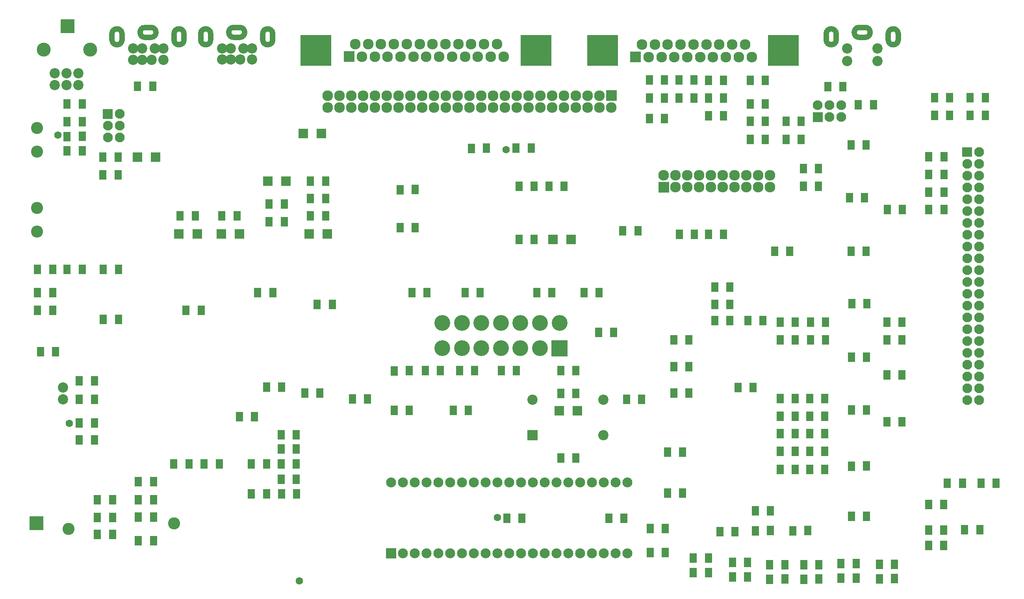
<source format=gbr>
%FSLAX34Y34*%
%MOMM*%
%LNSOLDERMASK_BOTTOM*%
G71*
G01*
%ADD10C,2.200*%
%ADD11C,2.300*%
%ADD12C,1.600*%
%ADD13C,2.150*%
%ADD14C,3.400*%
%ADD15C,2.100*%
%ADD16C,2.600*%
%ADD17C,2.200*%
%ADD18C,1.200*%
%ADD19R,1.500X2.000*%
%ADD20R,2.100X2.000*%
%ADD21R,6.700X6.700*%
%ADD22C,3.000*%
%LPD*%
G36*
X1142716Y102678D02*
X1164716Y102678D01*
X1164716Y80678D01*
X1142716Y80678D01*
X1142716Y102678D01*
G37*
X1306116Y91678D02*
G54D10*
D03*
X1306116Y167878D02*
G54D10*
D03*
X1153716Y167878D02*
G54D10*
D03*
G36*
X1424394Y635784D02*
X1447394Y635784D01*
X1447394Y612784D01*
X1424394Y612784D01*
X1424394Y635784D01*
G37*
X1435894Y649684D02*
G54D11*
D03*
X1461294Y624284D02*
G54D11*
D03*
X1461294Y649684D02*
G54D11*
D03*
X1486694Y624284D02*
G54D11*
D03*
X1486694Y649684D02*
G54D11*
D03*
X1512094Y624284D02*
G54D11*
D03*
X1512094Y649684D02*
G54D11*
D03*
X1537494Y624284D02*
G54D11*
D03*
X1537494Y649684D02*
G54D11*
D03*
X1562894Y624284D02*
G54D11*
D03*
X1562894Y649684D02*
G54D11*
D03*
X1588294Y624284D02*
G54D11*
D03*
X1588294Y649684D02*
G54D11*
D03*
X1613694Y624284D02*
G54D11*
D03*
X1613694Y649684D02*
G54D11*
D03*
X1639094Y624284D02*
G54D11*
D03*
X1639094Y649684D02*
G54D11*
D03*
X1664494Y624284D02*
G54D11*
D03*
X1664494Y649684D02*
G54D11*
D03*
X1403275Y904291D02*
G54D11*
D03*
X1430975Y904291D02*
G54D11*
D03*
X1458675Y904291D02*
G54D11*
D03*
X1486375Y904291D02*
G54D11*
D03*
X1514075Y904291D02*
G54D11*
D03*
X1541775Y904291D02*
G54D11*
D03*
X1569475Y904291D02*
G54D11*
D03*
X1597175Y904291D02*
G54D11*
D03*
X1624875Y904291D02*
G54D11*
D03*
G36*
X1386525Y892791D02*
X1363525Y892791D01*
X1363525Y915791D01*
X1386525Y915791D01*
X1386525Y892791D01*
G37*
X1388988Y931116D02*
G54D11*
D03*
X1416688Y931116D02*
G54D11*
D03*
X1444388Y931116D02*
G54D11*
D03*
X1472088Y931116D02*
G54D11*
D03*
X1499788Y931116D02*
G54D11*
D03*
X1527488Y931116D02*
G54D11*
D03*
X1555188Y931116D02*
G54D11*
D03*
X1582888Y931116D02*
G54D11*
D03*
X1610588Y931116D02*
G54D11*
D03*
X1096963Y704850D02*
G54D12*
D03*
G36*
X838959Y-173469D02*
X838959Y-151969D01*
X860459Y-151969D01*
X860459Y-173469D01*
X838959Y-173469D01*
G37*
X875109Y-162719D02*
G54D13*
D03*
X900509Y-162719D02*
G54D13*
D03*
X925909Y-162719D02*
G54D13*
D03*
X849709Y-10319D02*
G54D13*
D03*
X875109Y-10319D02*
G54D13*
D03*
X900509Y-10319D02*
G54D13*
D03*
X925909Y-10319D02*
G54D13*
D03*
X951309Y-162719D02*
G54D13*
D03*
X951309Y-10319D02*
G54D13*
D03*
X976709Y-162719D02*
G54D13*
D03*
X1002109Y-162719D02*
G54D13*
D03*
X976709Y-10319D02*
G54D13*
D03*
X1002109Y-10319D02*
G54D13*
D03*
X1027509Y-162719D02*
G54D13*
D03*
X1027509Y-10319D02*
G54D13*
D03*
X1052909Y-162719D02*
G54D13*
D03*
X1052909Y-10319D02*
G54D13*
D03*
X1078309Y-162719D02*
G54D13*
D03*
X1078309Y-10319D02*
G54D13*
D03*
X1103709Y-10319D02*
G54D13*
D03*
X1129109Y-10319D02*
G54D13*
D03*
X1103709Y-162719D02*
G54D13*
D03*
X1129109Y-162719D02*
G54D13*
D03*
X1154509Y-162719D02*
G54D13*
D03*
X1179909Y-162719D02*
G54D13*
D03*
X1154509Y-10319D02*
G54D13*
D03*
X1179909Y-10319D02*
G54D13*
D03*
X1205309Y-10319D02*
G54D13*
D03*
X1230709Y-10319D02*
G54D13*
D03*
X1256109Y-10319D02*
G54D13*
D03*
X1281509Y-10319D02*
G54D13*
D03*
X1306909Y-10319D02*
G54D13*
D03*
X1332309Y-10319D02*
G54D13*
D03*
X1205309Y-162719D02*
G54D13*
D03*
X1230709Y-162719D02*
G54D13*
D03*
X1256109Y-162719D02*
G54D13*
D03*
X1281509Y-162719D02*
G54D13*
D03*
X1306909Y-162719D02*
G54D13*
D03*
X1332309Y-162719D02*
G54D13*
D03*
X1357709Y-10319D02*
G54D13*
D03*
X1357709Y-162719D02*
G54D13*
D03*
X1077913Y-85725D02*
G54D12*
D03*
G36*
X1334681Y810031D02*
X1311681Y810031D01*
X1311681Y833031D01*
X1334681Y833031D01*
X1334681Y810031D01*
G37*
X1323181Y796131D02*
G54D11*
D03*
X1297781Y821531D02*
G54D11*
D03*
X1297781Y796131D02*
G54D11*
D03*
X1272381Y821531D02*
G54D11*
D03*
X1272381Y796131D02*
G54D11*
D03*
X1246981Y821531D02*
G54D11*
D03*
X1246981Y796131D02*
G54D11*
D03*
X1221581Y821531D02*
G54D11*
D03*
X1221581Y796131D02*
G54D11*
D03*
X1196181Y821531D02*
G54D11*
D03*
X1196181Y796131D02*
G54D11*
D03*
X1170781Y821531D02*
G54D11*
D03*
X1170781Y796131D02*
G54D11*
D03*
X1145381Y821531D02*
G54D11*
D03*
X1145381Y796131D02*
G54D11*
D03*
X1119981Y821531D02*
G54D11*
D03*
X1119981Y796131D02*
G54D11*
D03*
X1094581Y821531D02*
G54D11*
D03*
X1094581Y796131D02*
G54D11*
D03*
X1069181Y821531D02*
G54D11*
D03*
X1069181Y796131D02*
G54D11*
D03*
X1043781Y821531D02*
G54D11*
D03*
X1043781Y796131D02*
G54D11*
D03*
X1018381Y821531D02*
G54D11*
D03*
X1018381Y796131D02*
G54D11*
D03*
X992981Y821531D02*
G54D11*
D03*
X992981Y796131D02*
G54D11*
D03*
X967581Y821531D02*
G54D11*
D03*
X967581Y796131D02*
G54D11*
D03*
X942181Y821531D02*
G54D11*
D03*
X942181Y796131D02*
G54D11*
D03*
X916781Y821531D02*
G54D11*
D03*
X916781Y796131D02*
G54D11*
D03*
X891381Y821531D02*
G54D11*
D03*
X891381Y796131D02*
G54D11*
D03*
X865981Y821531D02*
G54D11*
D03*
X865981Y796131D02*
G54D11*
D03*
X840581Y821531D02*
G54D11*
D03*
X840581Y796131D02*
G54D11*
D03*
X815181Y821531D02*
G54D11*
D03*
X815181Y796131D02*
G54D11*
D03*
X789781Y821531D02*
G54D11*
D03*
X789781Y796131D02*
G54D11*
D03*
X764381Y821531D02*
G54D11*
D03*
X764381Y796131D02*
G54D11*
D03*
X738981Y821531D02*
G54D11*
D03*
X738981Y796131D02*
G54D11*
D03*
X713581Y821531D02*
G54D11*
D03*
X713581Y796131D02*
G54D11*
D03*
X959644Y332978D02*
G54D14*
D03*
X1001644Y332978D02*
G54D14*
D03*
X1043644Y332978D02*
G54D14*
D03*
X1085644Y332978D02*
G54D14*
D03*
X1127644Y332978D02*
G54D14*
D03*
X1169644Y332978D02*
G54D14*
D03*
X1211644Y332978D02*
G54D14*
D03*
X959644Y277978D02*
G54D14*
D03*
X1001644Y277978D02*
G54D14*
D03*
X1043644Y277978D02*
G54D14*
D03*
X1085644Y277978D02*
G54D14*
D03*
X1127644Y277978D02*
G54D14*
D03*
X1169644Y277978D02*
G54D14*
D03*
G36*
X1194644Y294978D02*
X1228644Y294978D01*
X1228644Y260978D01*
X1194644Y260978D01*
X1194644Y294978D01*
G37*
G36*
X2098460Y710588D02*
X2098460Y689588D01*
X2077460Y689588D01*
X2077460Y710588D01*
X2098460Y710588D01*
G37*
X2113359Y700088D02*
G54D15*
D03*
X2087960Y674688D02*
G54D15*
D03*
X2113359Y674688D02*
G54D15*
D03*
X2087959Y649288D02*
G54D15*
D03*
X2113360Y649288D02*
G54D15*
D03*
X2087959Y623888D02*
G54D15*
D03*
X2113360Y623888D02*
G54D15*
D03*
X2087959Y598488D02*
G54D15*
D03*
X2113360Y598488D02*
G54D15*
D03*
X2087959Y573088D02*
G54D15*
D03*
X2113360Y573088D02*
G54D15*
D03*
X2087959Y547688D02*
G54D15*
D03*
X2113360Y547688D02*
G54D15*
D03*
X2087959Y522288D02*
G54D15*
D03*
X2113360Y522288D02*
G54D15*
D03*
X2087959Y496888D02*
G54D15*
D03*
X2113360Y496888D02*
G54D15*
D03*
X2087959Y471488D02*
G54D15*
D03*
X2113360Y471488D02*
G54D15*
D03*
X2087959Y446088D02*
G54D15*
D03*
X2113360Y446088D02*
G54D15*
D03*
X2087959Y420688D02*
G54D15*
D03*
X2113360Y420688D02*
G54D15*
D03*
X2087959Y395288D02*
G54D15*
D03*
X2113360Y395288D02*
G54D15*
D03*
X2087959Y369888D02*
G54D15*
D03*
X2113360Y369888D02*
G54D15*
D03*
X2087959Y344488D02*
G54D15*
D03*
X2113360Y344488D02*
G54D15*
D03*
X2087959Y319088D02*
G54D15*
D03*
X2113360Y319088D02*
G54D15*
D03*
X2087959Y293688D02*
G54D15*
D03*
X2113360Y293688D02*
G54D15*
D03*
X2087959Y268288D02*
G54D15*
D03*
X2113360Y268288D02*
G54D15*
D03*
X2087959Y242888D02*
G54D15*
D03*
X2113360Y242888D02*
G54D15*
D03*
X2087959Y217488D02*
G54D15*
D03*
X2113360Y217488D02*
G54D15*
D03*
X2087960Y192087D02*
G54D15*
D03*
X2113359Y192087D02*
G54D15*
D03*
X2087960Y166688D02*
G54D15*
D03*
X2113359Y166688D02*
G54D15*
D03*
X157956Y116681D02*
G54D12*
D03*
X144462Y193675D02*
G54D10*
D03*
X144462Y168275D02*
G54D10*
D03*
G36*
X72312Y-83028D02*
X102312Y-83028D01*
X102312Y-113028D01*
X72312Y-113028D01*
X72312Y-83028D01*
G37*
X652462Y-222250D02*
G54D12*
D03*
G36*
X251006Y792344D02*
X251006Y771344D01*
X230006Y771344D01*
X230006Y792344D01*
X251006Y792344D01*
G37*
X265906Y781844D02*
G54D15*
D03*
X240506Y756444D02*
G54D15*
D03*
X265906Y756444D02*
G54D15*
D03*
X240506Y731044D02*
G54D15*
D03*
X265906Y731044D02*
G54D15*
D03*
X383381Y-98425D02*
G54D16*
D03*
X1895475Y895350D02*
G54D10*
D03*
X1895475Y922338D02*
G54D10*
D03*
X1830388Y895350D02*
G54D10*
D03*
X1830388Y922338D02*
G54D10*
D03*
G36*
X1756303Y785716D02*
X1777303Y785716D01*
X1777303Y764716D01*
X1756303Y764716D01*
X1756303Y785716D01*
G37*
X1766803Y800616D02*
G54D15*
D03*
X1792203Y775216D02*
G54D15*
D03*
X1792203Y800616D02*
G54D15*
D03*
X1817603Y775216D02*
G54D15*
D03*
X1817603Y800616D02*
G54D15*
D03*
X360362Y898525D02*
G54D17*
D03*
X334962Y898525D02*
G54D17*
D03*
X314325Y898526D02*
G54D17*
D03*
X295275Y898525D02*
G54D17*
D03*
X314325Y922338D02*
G54D17*
D03*
X295275Y922338D02*
G54D17*
D03*
X360362Y922338D02*
G54D17*
D03*
X341312Y922338D02*
G54D17*
D03*
G54D18*
G75*
G01X382984Y941387D02*
G03X404416Y941387I10716J0D01*
G01*
G54D18*
G75*
G01X404416Y954088D02*
G03X382984Y954088I-10716J0D01*
G01*
G54D18*
X404416Y954088D02*
X404416Y941387D01*
G54D18*
X382984Y941387D02*
X382984Y954088D01*
G54D18*
G75*
G01X249635Y941387D02*
G03X271067Y941387I10716J0D01*
G01*
G54D18*
G75*
G01X271068Y954088D02*
G03X249636Y954088I-10716J0D01*
G01*
G54D18*
X271066Y954088D02*
X271067Y941387D01*
G54D18*
X249635Y941387D02*
X249634Y954088D01*
G54D18*
G75*
G01X320676Y967978D02*
G03X320676Y946546I0J-10716D01*
G01*
G54D18*
G75*
G01X333376Y946546D02*
G03X333376Y967978I0J10716D01*
G01*
G54D18*
X333376Y946546D02*
X320676Y946546D01*
G54D18*
X320676Y967978D02*
X333376Y967978D01*
G54D18*
G75*
G01X382984Y941387D02*
G03X404416Y941387I10716J0D01*
G01*
G54D18*
G75*
G01X404416Y954088D02*
G03X382984Y954088I-10716J0D01*
G01*
G54D18*
X404416Y954088D02*
X404416Y941387D01*
G54D18*
X382984Y941387D02*
X382984Y954088D01*
G54D18*
G75*
G01X249635Y941387D02*
G03X271067Y941387I10716J0D01*
G01*
G54D18*
G75*
G01X271068Y954088D02*
G03X249636Y954088I-10716J0D01*
G01*
G54D18*
X271066Y954088D02*
X271067Y941387D01*
G54D18*
X249635Y941387D02*
X249634Y954088D01*
G54D18*
G75*
G01X320676Y967978D02*
G03X320676Y946546I0J-10716D01*
G01*
G54D18*
G75*
G01X333376Y946546D02*
G03X333376Y967978I0J10716D01*
G01*
G54D18*
X333376Y946546D02*
X320676Y946546D01*
G54D18*
X320676Y967978D02*
X333376Y967978D01*
X551100Y899319D02*
G54D17*
D03*
X525700Y899319D02*
G54D17*
D03*
X505062Y899319D02*
G54D17*
D03*
X486012Y899319D02*
G54D17*
D03*
X505062Y923131D02*
G54D17*
D03*
X486012Y923131D02*
G54D17*
D03*
X551100Y923131D02*
G54D17*
D03*
X532050Y923131D02*
G54D17*
D03*
G54D18*
G75*
G01X573722Y941387D02*
G03X595154Y941387I10716J0D01*
G01*
G54D18*
G75*
G01X595154Y954088D02*
G03X573722Y954088I-10716J0D01*
G01*
G54D18*
X595154Y954088D02*
X595154Y941387D01*
G54D18*
X573722Y941387D02*
X573722Y954088D01*
G54D18*
G75*
G01X440372Y941387D02*
G03X461804Y941387I10716J0D01*
G01*
G54D18*
G75*
G01X461805Y954088D02*
G03X440373Y954088I-10716J0D01*
G01*
G54D18*
X461804Y954088D02*
X461804Y941387D01*
G54D18*
X440372Y941387D02*
X440372Y954088D01*
G54D18*
G75*
G01X511413Y967978D02*
G03X511413Y946546I0J-10716D01*
G01*
G54D18*
G75*
G01X524114Y946546D02*
G03X524114Y967978I0J10716D01*
G01*
G54D18*
X524114Y946546D02*
X511413Y946546D01*
G54D18*
X511413Y967978D02*
X524114Y967978D01*
G54D18*
G75*
G01X573722Y941387D02*
G03X595154Y941387I10716J0D01*
G01*
G54D18*
G75*
G01X595154Y954088D02*
G03X573722Y954088I-10716J0D01*
G01*
G54D18*
X595154Y954088D02*
X595154Y941387D01*
G54D18*
X573722Y941387D02*
X573722Y954088D01*
G54D18*
G75*
G01X440372Y941387D02*
G03X461804Y941387I10716J0D01*
G01*
G54D18*
G75*
G01X461805Y954088D02*
G03X440373Y954088I-10716J0D01*
G01*
G54D18*
X461804Y954088D02*
X461804Y941387D01*
G54D18*
X440372Y941387D02*
X440372Y954088D01*
G54D18*
G75*
G01X511413Y967978D02*
G03X511413Y946546I0J-10716D01*
G01*
G54D18*
G75*
G01X524114Y946546D02*
G03X524114Y967978I0J10716D01*
G01*
G54D18*
X524114Y946546D02*
X511413Y946546D01*
G54D18*
X511413Y967978D02*
X524114Y967978D01*
X786862Y905259D02*
G54D11*
D03*
X814562Y905259D02*
G54D11*
D03*
X842262Y905259D02*
G54D11*
D03*
X869962Y905259D02*
G54D11*
D03*
X897662Y905259D02*
G54D11*
D03*
X925362Y905259D02*
G54D11*
D03*
X953062Y905259D02*
G54D11*
D03*
X980762Y905259D02*
G54D11*
D03*
X1008462Y905259D02*
G54D11*
D03*
X1036162Y905259D02*
G54D11*
D03*
X1063862Y905259D02*
G54D11*
D03*
X1091562Y905259D02*
G54D11*
D03*
G36*
X770662Y893759D02*
X747662Y893759D01*
X747662Y916759D01*
X770662Y916759D01*
X770662Y893759D01*
G37*
X772575Y932084D02*
G54D11*
D03*
X800275Y932084D02*
G54D11*
D03*
X827975Y932084D02*
G54D11*
D03*
X855675Y932084D02*
G54D11*
D03*
X883375Y932084D02*
G54D11*
D03*
X911075Y932084D02*
G54D11*
D03*
X938775Y932084D02*
G54D11*
D03*
X966475Y932084D02*
G54D11*
D03*
X994175Y932084D02*
G54D11*
D03*
X1021875Y932084D02*
G54D11*
D03*
X1049575Y932084D02*
G54D11*
D03*
X1077275Y932084D02*
G54D11*
D03*
X133350Y736600D02*
G54D12*
D03*
G54D18*
G75*
G01X1918334Y941387D02*
G03X1939766Y941387I10716J0D01*
G01*
G54D18*
G75*
G01X1939766Y954088D02*
G03X1918334Y954088I-10716J0D01*
G01*
G54D18*
X1939766Y954088D02*
X1939766Y941387D01*
G54D18*
X1918334Y941387D02*
X1918334Y954088D01*
G54D18*
G75*
G01X1784984Y941387D02*
G03X1806416Y941387I10716J0D01*
G01*
G54D18*
G75*
G01X1806417Y954088D02*
G03X1784985Y954088I-10716J0D01*
G01*
G54D18*
X1806416Y954088D02*
X1806416Y941387D01*
G54D18*
X1784984Y941387D02*
X1784984Y954088D01*
G54D18*
G75*
G01X1856025Y967978D02*
G03X1856025Y946546I0J-10716D01*
G01*
G54D18*
G75*
G01X1868726Y946546D02*
G03X1868726Y967978I0J10716D01*
G01*
G54D18*
X1868726Y946546D02*
X1856025Y946546D01*
G54D18*
X1856025Y967978D02*
X1868726Y967978D01*
X88106Y529389D02*
G54D16*
D03*
X88106Y580231D02*
G54D16*
D03*
X88106Y700881D02*
G54D16*
D03*
X88106Y751724D02*
G54D16*
D03*
X153194Y765175D02*
G54D19*
D03*
X185694Y765275D02*
G54D19*
D03*
X153194Y803275D02*
G54D19*
D03*
X185694Y803375D02*
G54D19*
D03*
X153194Y733425D02*
G54D19*
D03*
X185694Y733525D02*
G54D19*
D03*
X153194Y702469D02*
G54D19*
D03*
X185694Y702569D02*
G54D19*
D03*
X230188Y688975D02*
G54D19*
D03*
X262688Y689075D02*
G54D19*
D03*
X230188Y650875D02*
G54D19*
D03*
X262688Y650975D02*
G54D19*
D03*
X304800Y841375D02*
G54D19*
D03*
X337300Y841475D02*
G54D19*
D03*
X396081Y562769D02*
G54D19*
D03*
X428581Y562869D02*
G54D19*
D03*
X230981Y447675D02*
G54D19*
D03*
X263481Y447775D02*
G54D19*
D03*
X89694Y447675D02*
G54D19*
D03*
X122194Y447775D02*
G54D19*
D03*
X153194Y447675D02*
G54D19*
D03*
X185694Y447775D02*
G54D19*
D03*
X485775Y562769D02*
G54D19*
D03*
X518275Y562869D02*
G54D19*
D03*
X432700Y523875D02*
G54D20*
D03*
X393700Y523875D02*
G54D20*
D03*
X523981Y523875D02*
G54D20*
D03*
X484981Y523875D02*
G54D20*
D03*
X587375Y588169D02*
G54D19*
D03*
X619875Y588269D02*
G54D19*
D03*
X587375Y550069D02*
G54D19*
D03*
X619875Y550169D02*
G54D19*
D03*
X623994Y637381D02*
G54D20*
D03*
X584994Y637381D02*
G54D20*
D03*
X676275Y637381D02*
G54D19*
D03*
X708775Y637481D02*
G54D19*
D03*
X676275Y600075D02*
G54D19*
D03*
X708775Y600175D02*
G54D19*
D03*
X676275Y562769D02*
G54D19*
D03*
X708775Y562869D02*
G54D19*
D03*
X712206Y523875D02*
G54D20*
D03*
X673206Y523875D02*
G54D20*
D03*
X700194Y739775D02*
G54D20*
D03*
X661194Y739775D02*
G54D20*
D03*
X869156Y619125D02*
G54D19*
D03*
X901656Y619225D02*
G54D19*
D03*
X869156Y537369D02*
G54D19*
D03*
X901656Y537469D02*
G54D19*
D03*
X562769Y397669D02*
G54D19*
D03*
X595269Y397769D02*
G54D19*
D03*
X690562Y372269D02*
G54D19*
D03*
X723062Y372369D02*
G54D19*
D03*
X894556Y397669D02*
G54D19*
D03*
X927056Y397769D02*
G54D19*
D03*
X408781Y359569D02*
G54D19*
D03*
X441281Y359669D02*
G54D19*
D03*
X89694Y397669D02*
G54D19*
D03*
X122194Y397769D02*
G54D19*
D03*
X89694Y359569D02*
G54D19*
D03*
X122194Y359669D02*
G54D19*
D03*
X96044Y270669D02*
G54D19*
D03*
X128544Y270769D02*
G54D19*
D03*
X230981Y340519D02*
G54D19*
D03*
X263481Y340619D02*
G54D19*
D03*
X179388Y207962D02*
G54D19*
D03*
X211888Y208062D02*
G54D19*
D03*
X179388Y168275D02*
G54D19*
D03*
X211888Y168375D02*
G54D19*
D03*
X179388Y117475D02*
G54D19*
D03*
X211888Y117575D02*
G54D19*
D03*
X179388Y80962D02*
G54D19*
D03*
X211888Y81062D02*
G54D19*
D03*
X1008856Y397669D02*
G54D19*
D03*
X1041356Y397769D02*
G54D19*
D03*
X1162800Y397769D02*
G54D19*
D03*
X1195300Y397869D02*
G54D19*
D03*
X1264356Y397869D02*
G54D19*
D03*
X1296856Y397969D02*
G54D19*
D03*
X218281Y-47625D02*
G54D19*
D03*
X250781Y-47525D02*
G54D19*
D03*
X218281Y-85725D02*
G54D19*
D03*
X250781Y-85625D02*
G54D19*
D03*
X218281Y-122238D02*
G54D19*
D03*
X250781Y-122138D02*
G54D19*
D03*
X306344Y-47525D02*
G54D19*
D03*
X338844Y-47425D02*
G54D19*
D03*
X306344Y-8631D02*
G54D19*
D03*
X338844Y-8531D02*
G54D19*
D03*
X306344Y-84831D02*
G54D19*
D03*
X338844Y-84731D02*
G54D19*
D03*
X306344Y-135631D02*
G54D19*
D03*
X338844Y-135531D02*
G54D19*
D03*
X382544Y29469D02*
G54D19*
D03*
X415044Y29569D02*
G54D19*
D03*
X447631Y29469D02*
G54D19*
D03*
X480131Y29569D02*
G54D19*
D03*
X549188Y29569D02*
G54D19*
D03*
X581688Y29669D02*
G54D19*
D03*
X549188Y-34725D02*
G54D19*
D03*
X581688Y-34625D02*
G54D19*
D03*
X613438Y29669D02*
G54D19*
D03*
X645938Y29769D02*
G54D19*
D03*
X613438Y-3669D02*
G54D19*
D03*
X645938Y-3569D02*
G54D19*
D03*
X614231Y-34625D02*
G54D19*
D03*
X646731Y-34525D02*
G54D19*
D03*
X613438Y61419D02*
G54D19*
D03*
X645938Y61519D02*
G54D19*
D03*
X613438Y92375D02*
G54D19*
D03*
X645938Y92475D02*
G54D19*
D03*
X523744Y131269D02*
G54D19*
D03*
X556244Y131369D02*
G54D19*
D03*
X581688Y194769D02*
G54D19*
D03*
X614188Y194869D02*
G54D19*
D03*
X664238Y182069D02*
G54D19*
D03*
X696738Y182169D02*
G54D19*
D03*
X766631Y169369D02*
G54D19*
D03*
X799131Y169469D02*
G54D19*
D03*
X856325Y144366D02*
G54D19*
D03*
X888825Y144466D02*
G54D19*
D03*
X983281Y144862D02*
G54D19*
D03*
X1015781Y144962D02*
G54D19*
D03*
X856325Y229694D02*
G54D19*
D03*
X888825Y229794D02*
G54D19*
D03*
X922956Y229794D02*
G54D19*
D03*
X955456Y229894D02*
G54D19*
D03*
X996731Y229894D02*
G54D19*
D03*
X1029231Y229994D02*
G54D19*
D03*
X1086381Y229994D02*
G54D19*
D03*
X1118881Y230094D02*
G54D19*
D03*
X1214131Y230094D02*
G54D19*
D03*
X1246631Y230194D02*
G54D19*
D03*
X1214131Y180881D02*
G54D19*
D03*
X1246631Y180981D02*
G54D19*
D03*
X1250262Y143669D02*
G54D20*
D03*
X1211262Y143669D02*
G54D20*
D03*
X1214131Y41975D02*
G54D19*
D03*
X1246631Y42075D02*
G54D19*
D03*
X1295709Y312541D02*
G54D19*
D03*
X1328209Y312641D02*
G54D19*
D03*
X1355638Y168475D02*
G54D19*
D03*
X1388138Y168575D02*
G54D19*
D03*
X1457238Y238325D02*
G54D19*
D03*
X1489738Y238425D02*
G54D19*
D03*
X1457238Y296269D02*
G54D19*
D03*
X1489738Y296369D02*
G54D19*
D03*
X1457238Y181969D02*
G54D19*
D03*
X1489738Y182069D02*
G54D19*
D03*
X1443744Y54969D02*
G54D19*
D03*
X1476244Y55069D02*
G54D19*
D03*
X1443744Y-33138D02*
G54D19*
D03*
X1476244Y-33038D02*
G54D19*
D03*
X1317538Y-87112D02*
G54D19*
D03*
X1350038Y-87012D02*
G54D19*
D03*
X1098462Y-87112D02*
G54D19*
D03*
X1130962Y-87012D02*
G54D19*
D03*
X1406438Y-109338D02*
G54D19*
D03*
X1438938Y-109238D02*
G54D19*
D03*
X1406438Y-160931D02*
G54D19*
D03*
X1438938Y-160831D02*
G54D19*
D03*
X1022350Y708025D02*
G54D19*
D03*
X1054850Y708125D02*
G54D19*
D03*
X1118350Y708125D02*
G54D19*
D03*
X1150850Y708225D02*
G54D19*
D03*
X1124700Y626369D02*
G54D19*
D03*
X1157200Y626469D02*
G54D19*
D03*
X1188950Y626469D02*
G54D19*
D03*
X1221450Y626569D02*
G54D19*
D03*
X1124700Y512069D02*
G54D19*
D03*
X1157200Y512169D02*
G54D19*
D03*
X1236769Y511969D02*
G54D20*
D03*
X1197769Y511969D02*
G54D20*
D03*
X1347744Y530325D02*
G54D19*
D03*
X1380244Y530425D02*
G54D19*
D03*
X1469188Y523181D02*
G54D19*
D03*
X1501688Y523281D02*
G54D19*
D03*
X1531850Y523281D02*
G54D19*
D03*
X1564350Y523381D02*
G54D19*
D03*
X1673975Y486669D02*
G54D19*
D03*
X1706475Y486769D02*
G54D19*
D03*
X1838238Y486769D02*
G54D19*
D03*
X1870738Y486869D02*
G54D19*
D03*
X1545388Y409675D02*
G54D19*
D03*
X1577888Y409775D02*
G54D19*
D03*
X1545388Y372369D02*
G54D19*
D03*
X1577888Y372469D02*
G54D19*
D03*
X1545388Y337444D02*
G54D19*
D03*
X1577888Y337544D02*
G54D19*
D03*
X1616781Y337544D02*
G54D19*
D03*
X1649281Y337644D02*
G54D19*
D03*
X1735888Y626369D02*
G54D19*
D03*
X1768388Y626469D02*
G54D19*
D03*
X1735888Y664469D02*
G54D19*
D03*
X1768388Y664569D02*
G54D19*
D03*
X1685881Y334269D02*
G54D19*
D03*
X1718381Y334369D02*
G54D19*
D03*
X1685881Y296169D02*
G54D19*
D03*
X1718381Y296269D02*
G54D19*
D03*
X1750925Y334369D02*
G54D19*
D03*
X1783425Y334469D02*
G54D19*
D03*
X1750925Y296269D02*
G54D19*
D03*
X1783425Y296369D02*
G54D19*
D03*
X1915188Y334469D02*
G54D19*
D03*
X1947688Y334569D02*
G54D19*
D03*
X1915188Y296369D02*
G54D19*
D03*
X1947688Y296469D02*
G54D19*
D03*
X1915188Y220962D02*
G54D19*
D03*
X1947688Y221062D02*
G54D19*
D03*
X1839825Y374056D02*
G54D19*
D03*
X1872325Y374156D02*
G54D19*
D03*
X1839031Y258962D02*
G54D19*
D03*
X1871531Y259062D02*
G54D19*
D03*
X1839031Y145456D02*
G54D19*
D03*
X1871531Y145556D02*
G54D19*
D03*
X1915188Y120156D02*
G54D19*
D03*
X1947688Y120256D02*
G54D19*
D03*
X1839031Y24806D02*
G54D19*
D03*
X1871531Y24906D02*
G54D19*
D03*
X1595350Y193875D02*
G54D19*
D03*
X1627850Y193975D02*
G54D19*
D03*
X1632656Y-71238D02*
G54D19*
D03*
X1665156Y-71138D02*
G54D19*
D03*
X1839031Y-83144D02*
G54D19*
D03*
X1871531Y-83044D02*
G54D19*
D03*
X1685881Y169962D02*
G54D19*
D03*
X1718381Y170062D02*
G54D19*
D03*
X1749338Y170062D02*
G54D19*
D03*
X1781838Y170162D02*
G54D19*
D03*
X1685881Y131862D02*
G54D19*
D03*
X1718381Y131962D02*
G54D19*
D03*
X1749338Y131962D02*
G54D19*
D03*
X1781838Y132062D02*
G54D19*
D03*
X1685881Y94556D02*
G54D19*
D03*
X1718381Y94656D02*
G54D19*
D03*
X1749338Y94656D02*
G54D19*
D03*
X1781838Y94756D02*
G54D19*
D03*
X1685881Y56456D02*
G54D19*
D03*
X1718381Y56556D02*
G54D19*
D03*
X1749338Y56556D02*
G54D19*
D03*
X1781838Y56656D02*
G54D19*
D03*
X1685881Y17562D02*
G54D19*
D03*
X1718381Y17662D02*
G54D19*
D03*
X1749338Y17662D02*
G54D19*
D03*
X1781838Y17762D02*
G54D19*
D03*
X1663656Y-187225D02*
G54D19*
D03*
X1696156Y-187125D02*
G54D19*
D03*
X1663656Y-218181D02*
G54D19*
D03*
X1696156Y-218081D02*
G54D19*
D03*
X1736681Y-187225D02*
G54D19*
D03*
X1769181Y-187125D02*
G54D19*
D03*
X1736681Y-218181D02*
G54D19*
D03*
X1769181Y-218081D02*
G54D19*
D03*
X1816850Y-184844D02*
G54D19*
D03*
X1849350Y-184744D02*
G54D19*
D03*
X1816850Y-215800D02*
G54D19*
D03*
X1849350Y-215700D02*
G54D19*
D03*
X1899400Y-186431D02*
G54D19*
D03*
X1931900Y-186331D02*
G54D19*
D03*
X1899400Y-217388D02*
G54D19*
D03*
X1931900Y-217288D02*
G54D19*
D03*
X1583488Y-182462D02*
G54D19*
D03*
X1615988Y-182362D02*
G54D19*
D03*
X1583488Y-213419D02*
G54D19*
D03*
X1615988Y-213319D02*
G54D19*
D03*
X1499350Y-172938D02*
G54D19*
D03*
X1531850Y-172838D02*
G54D19*
D03*
X1499350Y-203894D02*
G54D19*
D03*
X1531850Y-203794D02*
G54D19*
D03*
X1632656Y-114100D02*
G54D19*
D03*
X1665156Y-114000D02*
G54D19*
D03*
X1712825Y-114100D02*
G54D19*
D03*
X1745325Y-114000D02*
G54D19*
D03*
X1556456Y-116481D02*
G54D19*
D03*
X1588956Y-116381D02*
G54D19*
D03*
X2004925Y-57744D02*
G54D19*
D03*
X2037425Y-57644D02*
G54D19*
D03*
X2004925Y-112512D02*
G54D19*
D03*
X2037425Y-112412D02*
G54D19*
D03*
X2004925Y-145850D02*
G54D19*
D03*
X2037425Y-145750D02*
G54D19*
D03*
X2082712Y-111719D02*
G54D19*
D03*
X2115213Y-111619D02*
G54D19*
D03*
X2045406Y-11706D02*
G54D19*
D03*
X2077906Y-11606D02*
G54D19*
D03*
X2117638Y-11706D02*
G54D19*
D03*
X2150138Y-11606D02*
G54D19*
D03*
X1835106Y601762D02*
G54D19*
D03*
X1867606Y601862D02*
G54D19*
D03*
X1838281Y715269D02*
G54D19*
D03*
X1870781Y715369D02*
G54D19*
D03*
X1916025Y576462D02*
G54D19*
D03*
X1948525Y576562D02*
G54D19*
D03*
X2005719Y576462D02*
G54D19*
D03*
X2038219Y576562D02*
G54D19*
D03*
X2005719Y613769D02*
G54D19*
D03*
X2038219Y613869D02*
G54D19*
D03*
X2005719Y651869D02*
G54D19*
D03*
X2038219Y651969D02*
G54D19*
D03*
X2005719Y689969D02*
G54D19*
D03*
X2038219Y690069D02*
G54D19*
D03*
X2017625Y816969D02*
G54D19*
D03*
X2050125Y817069D02*
G54D19*
D03*
X2017625Y778869D02*
G54D19*
D03*
X2050125Y778969D02*
G54D19*
D03*
X2094575Y817069D02*
G54D19*
D03*
X2127075Y817169D02*
G54D19*
D03*
X2094575Y778969D02*
G54D19*
D03*
X2127075Y779069D02*
G54D19*
D03*
X156369Y-110331D02*
G54D16*
D03*
X1698581Y727175D02*
G54D19*
D03*
X1731081Y727275D02*
G54D19*
D03*
X1698581Y766069D02*
G54D19*
D03*
X1731081Y766169D02*
G54D19*
D03*
X1621588Y727175D02*
G54D19*
D03*
X1654088Y727275D02*
G54D19*
D03*
X1621588Y766069D02*
G54D19*
D03*
X1654088Y766169D02*
G54D19*
D03*
X1621588Y803375D02*
G54D19*
D03*
X1654088Y803475D02*
G54D19*
D03*
X1621588Y854175D02*
G54D19*
D03*
X1654088Y854275D02*
G54D19*
D03*
X1531894Y854175D02*
G54D19*
D03*
X1564394Y854275D02*
G54D19*
D03*
X1531894Y816075D02*
G54D19*
D03*
X1564394Y816175D02*
G54D19*
D03*
X1531894Y777975D02*
G54D19*
D03*
X1564394Y778075D02*
G54D19*
D03*
X1468394Y816075D02*
G54D19*
D03*
X1500894Y816175D02*
G54D19*
D03*
X1468394Y854969D02*
G54D19*
D03*
X1500894Y855069D02*
G54D19*
D03*
X1404894Y816075D02*
G54D19*
D03*
X1437394Y816175D02*
G54D19*
D03*
X1404894Y854969D02*
G54D19*
D03*
X1437394Y855069D02*
G54D19*
D03*
X1404894Y771625D02*
G54D19*
D03*
X1437394Y771725D02*
G54D19*
D03*
X1854156Y801788D02*
G54D19*
D03*
X1886656Y801888D02*
G54D19*
D03*
X1788275Y840681D02*
G54D19*
D03*
X1820775Y840781D02*
G54D19*
D03*
X342962Y689075D02*
G54D20*
D03*
X303962Y689075D02*
G54D20*
D03*
X1304044Y918172D02*
G54D21*
D03*
X1692981Y918172D02*
G54D21*
D03*
X688181Y918347D02*
G54D21*
D03*
X1161256Y918347D02*
G54D21*
D03*
X177800Y869156D02*
G54D10*
D03*
X177800Y843756D02*
G54D10*
D03*
X152400Y869156D02*
G54D10*
D03*
X152400Y843756D02*
G54D10*
D03*
X127000Y869156D02*
G54D10*
D03*
X127000Y843756D02*
G54D10*
D03*
G36*
X138988Y985756D02*
X168988Y985756D01*
X168988Y955756D01*
X138988Y955756D01*
X138988Y985756D01*
G37*
X103188Y919956D02*
G54D22*
D03*
X203200Y919956D02*
G54D22*
D03*
M02*

</source>
